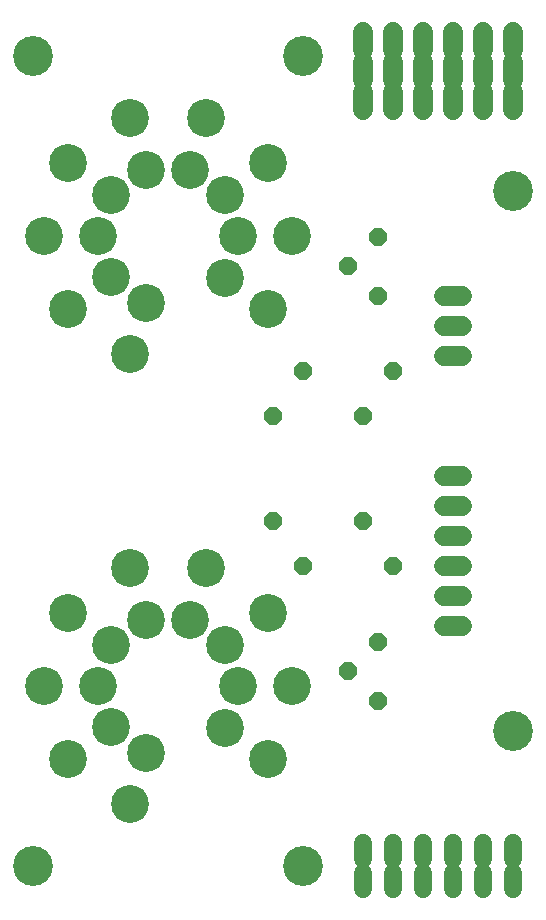
<source format=gbs>
G75*
%MOIN*%
%OFA0B0*%
%FSLAX24Y24*%
%IPPOS*%
%LPD*%
%AMOC8*
5,1,8,0,0,1.08239X$1,22.5*
%
%ADD10C,0.1330*%
%ADD11C,0.1265*%
%ADD12OC8,0.0600*%
%ADD13C,0.0600*%
%ADD14C,0.0680*%
D10*
X001100Y001410D03*
X010100Y001410D03*
X017100Y005910D03*
X017100Y023910D03*
X010100Y028410D03*
X001100Y028410D03*
D11*
X002256Y024840D03*
X003707Y023785D03*
X003261Y022407D03*
X003706Y021038D03*
X004877Y020185D03*
X004323Y018478D03*
X002254Y019982D03*
X001466Y022407D03*
X004323Y026342D03*
X004877Y024635D03*
X006323Y024635D03*
X006877Y026342D03*
X007494Y023782D03*
X007939Y022413D03*
X007493Y021035D03*
X008944Y019980D03*
X009734Y022413D03*
X008946Y024838D03*
X006877Y011342D03*
X006323Y009635D03*
X007494Y008782D03*
X007939Y007413D03*
X007493Y006035D03*
X008944Y004980D03*
X009734Y007413D03*
X008946Y009838D03*
X004877Y009635D03*
X003707Y008785D03*
X003261Y007407D03*
X003706Y006038D03*
X004877Y005185D03*
X004323Y003478D03*
X002254Y004982D03*
X001466Y007407D03*
X002256Y009840D03*
X004323Y011342D03*
D12*
X009100Y012910D03*
X010100Y011410D03*
X012100Y012910D03*
X013100Y011410D03*
X012600Y008900D03*
X011600Y007910D03*
X012600Y006920D03*
X012100Y016410D03*
X013100Y017910D03*
X012600Y020420D03*
X011600Y021410D03*
X012600Y022400D03*
X010100Y017910D03*
X009100Y016410D03*
D13*
X012100Y002170D02*
X012100Y001650D01*
X012100Y001170D02*
X012100Y000650D01*
X013100Y000650D02*
X013100Y001170D01*
X013100Y001650D02*
X013100Y002170D01*
X014100Y002170D02*
X014100Y001650D01*
X014100Y001170D02*
X014100Y000650D01*
X015100Y000650D02*
X015100Y001170D01*
X015100Y001650D02*
X015100Y002170D01*
X016100Y002170D02*
X016100Y001650D01*
X016100Y001170D02*
X016100Y000650D01*
X017100Y000650D02*
X017100Y001170D01*
X017100Y001650D02*
X017100Y002170D01*
D14*
X015400Y009410D02*
X014800Y009410D01*
X014800Y010410D02*
X015400Y010410D01*
X015400Y011410D02*
X014800Y011410D01*
X014800Y012410D02*
X015400Y012410D01*
X015400Y013410D02*
X014800Y013410D01*
X014800Y014410D02*
X015400Y014410D01*
X015400Y018410D02*
X014800Y018410D01*
X014800Y019410D02*
X015400Y019410D01*
X015400Y020410D02*
X014800Y020410D01*
X015100Y026610D02*
X015100Y027210D01*
X015100Y027610D02*
X015100Y028210D01*
X015100Y028610D02*
X015100Y029210D01*
X014100Y029210D02*
X014100Y028610D01*
X014100Y028210D02*
X014100Y027610D01*
X014100Y027210D02*
X014100Y026610D01*
X013100Y026610D02*
X013100Y027210D01*
X013100Y027610D02*
X013100Y028210D01*
X013100Y028610D02*
X013100Y029210D01*
X012100Y029210D02*
X012100Y028610D01*
X012100Y028210D02*
X012100Y027610D01*
X012100Y027210D02*
X012100Y026610D01*
X016100Y026610D02*
X016100Y027210D01*
X016100Y027610D02*
X016100Y028210D01*
X016100Y028610D02*
X016100Y029210D01*
X017100Y029210D02*
X017100Y028610D01*
X017100Y028210D02*
X017100Y027610D01*
X017100Y027210D02*
X017100Y026610D01*
M02*

</source>
